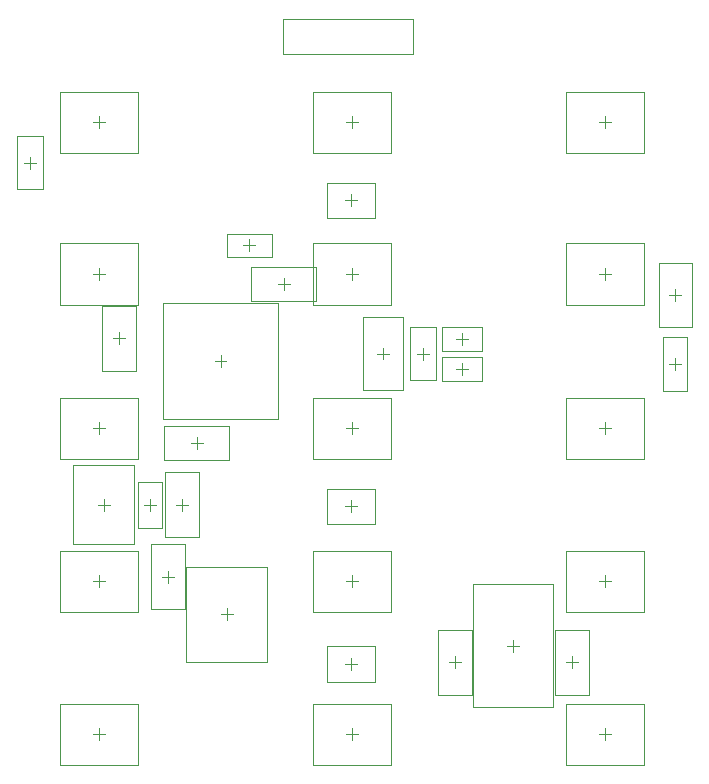
<source format=gbr>
%TF.GenerationSoftware,Altium Limited,Altium Designer,20.0.9 (164)*%
G04 Layer_Color=32768*
%FSLAX26Y26*%
%MOIN*%
%TF.FileFunction,Other,Mechanical_15*%
%TF.Part,Single*%
G01*
G75*
%TA.AperFunction,NonConductor*%
%ADD76C,0.003937*%
%ADD77C,0.001968*%
D76*
X1845000Y1215315D02*
Y1254685D01*
X1825315Y1235000D02*
X1864685D01*
X2995000Y985315D02*
Y1024685D01*
X2975315Y1005000D02*
X3014685D01*
X3170315Y950000D02*
X3209685D01*
X3190000Y930315D02*
Y969685D01*
X2435315Y945000D02*
X2474685D01*
X2455000Y925315D02*
Y964685D01*
X2435315Y1470000D02*
X2474685D01*
X2455000Y1450315D02*
Y1489685D01*
X2435315Y2490000D02*
X2474685D01*
X2455000Y2470315D02*
Y2509685D01*
X1365315Y2615000D02*
X1404685D01*
X1385000Y2595315D02*
Y2634685D01*
X2040000Y1090315D02*
Y1129685D01*
X2020315Y1110000D02*
X2059685D01*
X2800000Y930315D02*
Y969685D01*
X2780315Y950000D02*
X2819685D01*
X3280315Y2750039D02*
X3319685D01*
X3300000Y2730354D02*
Y2769724D01*
X2437815Y2750039D02*
X2477185D01*
X2457500Y2730354D02*
Y2769724D01*
X1595315Y2750039D02*
X1634685D01*
X1615000Y2730354D02*
Y2769724D01*
X3280315Y2245000D02*
X3319685D01*
X3300000Y2225315D02*
Y2264685D01*
X2437815Y2245000D02*
X2477185D01*
X2457500Y2225315D02*
Y2264685D01*
X1595315Y2245000D02*
X1634685D01*
X1615000Y2225315D02*
Y2264685D01*
X3280315Y1730020D02*
X3319685D01*
X3300000Y1710335D02*
Y1749705D01*
X2437815Y1730020D02*
X2477185D01*
X2457500Y1710335D02*
Y1749705D01*
X1595315Y1730020D02*
X1634685D01*
X1615000Y1710335D02*
Y1749705D01*
X3280315Y1220010D02*
X3319685D01*
X3300000Y1200325D02*
Y1239695D01*
X2437815Y1220010D02*
X2477185D01*
X2457500Y1200325D02*
Y1239695D01*
X1595315Y1220010D02*
X1634685D01*
X1615000Y1200325D02*
Y1239695D01*
X3280315Y710000D02*
X3319685D01*
X3300000Y690315D02*
Y729685D01*
X2437815Y710000D02*
X2477185D01*
X2457500Y690315D02*
Y729685D01*
X1595315Y710000D02*
X1634685D01*
X1615000Y690315D02*
Y729685D01*
X2019527Y1933780D02*
Y1973150D01*
X1999842Y1953465D02*
X2039213D01*
X3495630Y2035551D02*
X3574370D01*
X3495630Y1854449D02*
X3574370D01*
X3495630D02*
Y2035551D01*
X3574370Y1854449D02*
Y2035551D01*
X3535000Y1925315D02*
Y1964685D01*
X3515315Y1945000D02*
X3554685D01*
X1870315Y1475000D02*
X1909685D01*
X1890000Y1455315D02*
Y1494685D01*
X1940000Y1660315D02*
Y1699685D01*
X1920315Y1680000D02*
X1959685D01*
X2560472Y1959488D02*
Y1998858D01*
X2540787Y1979173D02*
X2580157D01*
X2230000Y2190315D02*
Y2229685D01*
X2210315Y2210000D02*
X2249685D01*
X1660315Y2030000D02*
X1699685D01*
X1680000Y2010315D02*
Y2049685D01*
X3535000Y2155315D02*
Y2194685D01*
X3515315Y2175000D02*
X3554685D01*
X2095315Y2340000D02*
X2134685D01*
X2115000Y2320315D02*
Y2359685D01*
X2825472Y1908780D02*
Y1948149D01*
X2805787Y1928465D02*
X2845157D01*
X1610315Y1475000D02*
X1649685D01*
X1630000Y1455315D02*
Y1494685D01*
X2695472Y1958780D02*
Y1998150D01*
X2675787Y1978465D02*
X2715157D01*
X1765315Y1475000D02*
X1804685D01*
X1785000Y1455315D02*
Y1494685D01*
X2825472Y2008780D02*
Y2048149D01*
X2805787Y2028465D02*
X2845157D01*
D77*
X1787913Y1343268D02*
X1902087D01*
X1787913Y1126732D02*
X1902087D01*
X1787913D02*
Y1343268D01*
X1902087Y1126732D02*
Y1343268D01*
X2861142Y1209724D02*
X3128858D01*
X2861142Y800276D02*
X3128858D01*
X2861142D02*
Y1209724D01*
X3128858Y800276D02*
Y1209724D01*
X3247087Y841732D02*
Y1058268D01*
X3132913Y841732D02*
Y1058268D01*
Y841732D02*
X3247087D01*
X3132913Y1058268D02*
X3247087D01*
X2374291Y885945D02*
Y1004055D01*
X2535709Y885945D02*
Y1004055D01*
X2374291Y885945D02*
X2535709D01*
X2374291Y1004055D02*
X2535709D01*
X2374291Y1410945D02*
Y1529055D01*
X2535709Y1410945D02*
Y1529055D01*
X2374291Y1410945D02*
X2535709D01*
X2374291Y1529055D02*
X2535709D01*
Y2430945D02*
Y2549055D01*
X2374291Y2430945D02*
Y2549055D01*
X2535709D01*
X2374291Y2430945D02*
X2535709D01*
X1341693Y2526417D02*
Y2703583D01*
X1428307Y2526417D02*
Y2703583D01*
X1341693D02*
X1428307D01*
X1341693Y2526417D02*
X1428307D01*
X1904173Y1267480D02*
X2175827D01*
X1904173Y952520D02*
X2175827D01*
X1904173D02*
Y1267480D01*
X2175827Y952520D02*
Y1267480D01*
X2742913Y1058268D02*
X2857087D01*
X2742913Y841732D02*
X2857087D01*
X2742913D02*
Y1058268D01*
X2857087Y841732D02*
Y1058268D01*
X3170079Y2647677D02*
X3429921D01*
X3170079Y2852402D02*
X3429921D01*
Y2647677D02*
Y2852402D01*
X3170079Y2647677D02*
Y2852402D01*
X2327579Y2647677D02*
X2587421D01*
X2327579Y2852402D02*
X2587421D01*
Y2647677D02*
Y2852402D01*
X2327579Y2647677D02*
Y2852402D01*
X1485079Y2647677D02*
X1744921D01*
X1485079Y2852402D02*
X1744921D01*
Y2647677D02*
Y2852402D01*
X1485079Y2647677D02*
Y2852402D01*
X3170079Y2142638D02*
X3429921D01*
X3170079Y2347362D02*
X3429921D01*
Y2142638D02*
Y2347362D01*
X3170079Y2142638D02*
Y2347362D01*
X2327579Y2142638D02*
X2587421D01*
X2327579Y2347362D02*
X2587421D01*
Y2142638D02*
Y2347362D01*
X2327579Y2142638D02*
Y2347362D01*
X1485079Y2142638D02*
X1744921D01*
X1485079Y2347362D02*
X1744921D01*
Y2142638D02*
Y2347362D01*
X1485079Y2142638D02*
Y2347362D01*
X3170079Y1627657D02*
X3429921D01*
X3170079Y1832382D02*
X3429921D01*
Y1627657D02*
Y1832382D01*
X3170079Y1627657D02*
Y1832382D01*
X2327579Y1627657D02*
X2587421D01*
X2327579Y1832382D02*
X2587421D01*
Y1627657D02*
Y1832382D01*
X2327579Y1627657D02*
Y1832382D01*
X1485079Y1627657D02*
X1744921D01*
X1485079Y1832382D02*
X1744921D01*
Y1627657D02*
Y1832382D01*
X1485079Y1627657D02*
Y1832382D01*
X3170079Y1117648D02*
X3429921D01*
X3170079Y1322372D02*
X3429921D01*
Y1117648D02*
Y1322372D01*
X3170079Y1117648D02*
Y1322372D01*
X2327579Y1117648D02*
X2587421D01*
X2327579Y1322372D02*
X2587421D01*
Y1117648D02*
Y1322372D01*
X2327579Y1117648D02*
Y1322372D01*
X1485079Y1117648D02*
X1744921D01*
X1485079Y1322372D02*
X1744921D01*
Y1117648D02*
Y1322372D01*
X1485079Y1117648D02*
Y1322372D01*
X3170079Y607638D02*
X3429921D01*
X3170079Y812362D02*
X3429921D01*
Y607638D02*
Y812362D01*
X3170079Y607638D02*
Y812362D01*
X2327579Y607638D02*
X2587421D01*
X2327579Y812362D02*
X2587421D01*
Y607638D02*
Y812362D01*
X2327579Y607638D02*
Y812362D01*
X1485079Y607638D02*
X1744921D01*
X1485079Y812362D02*
X1744921D01*
Y607638D02*
Y812362D01*
X1485079Y607638D02*
Y812362D01*
X2660090Y2976142D02*
Y3093858D01*
X2227413Y2976142D02*
X2660090D01*
X2227413D02*
Y3093858D01*
X2660090D01*
X1826614Y1760551D02*
X2212441D01*
X1826614Y2146378D02*
X2212441D01*
X1826614Y1760551D02*
Y2146378D01*
X2212441Y1760551D02*
Y2146378D01*
X1947087Y1366732D02*
Y1583268D01*
X1832913Y1366732D02*
Y1583268D01*
Y1366732D02*
X1947087D01*
X1832913Y1583268D02*
X1947087D01*
X1831732Y1737087D02*
X2048268D01*
X1831732Y1622913D02*
X2048268D01*
Y1737087D01*
X1831732Y1622913D02*
Y1737087D01*
X2493543Y1857126D02*
Y2101220D01*
X2627401D01*
Y1857126D02*
Y2101220D01*
X2493543Y1857126D02*
X2627401D01*
X2121732Y2152913D02*
X2338268D01*
X2121732Y2267087D02*
X2338268D01*
X2121732Y2152913D02*
Y2267087D01*
X2338268Y2152913D02*
Y2267087D01*
X1737087Y1921732D02*
Y2138268D01*
X1622913Y1921732D02*
Y2138268D01*
Y1921732D02*
X1737087D01*
X1622913Y2138268D02*
X1737087D01*
X3479882Y2068701D02*
X3590118D01*
X3479882Y2281299D02*
X3590118D01*
Y2068701D02*
Y2281299D01*
X3479882Y2068701D02*
Y2281299D01*
X2040197Y2302598D02*
Y2377401D01*
X2189803Y2302598D02*
Y2377401D01*
X2040197Y2302598D02*
X2189803D01*
X2040197Y2377401D02*
X2189803D01*
X2758543Y1889094D02*
X2892402D01*
X2758543Y1967835D02*
X2892402D01*
X2758543Y1889094D02*
Y1967835D01*
X2892402Y1889094D02*
Y1967835D01*
X1732362Y1343110D02*
Y1606890D01*
X1527638Y1343110D02*
Y1606890D01*
Y1343110D02*
X1732362D01*
X1527638Y1606890D02*
X1732362D01*
X2652165Y2067047D02*
X2738780D01*
X2652165Y1889882D02*
X2738780D01*
X2652165D02*
Y2067047D01*
X2738780Y1889882D02*
Y2067047D01*
X1824370Y1398228D02*
Y1551772D01*
X1745630Y1398228D02*
Y1551772D01*
Y1398228D02*
X1824370D01*
X1745630Y1551772D02*
X1824370D01*
X2758543Y1989094D02*
X2892402D01*
X2758543Y2067835D02*
X2892402D01*
X2758543Y1989094D02*
Y2067835D01*
X2892402Y1989094D02*
Y2067835D01*
%TF.MD5,c6c068ef92ca8579f59146a5b713c0ae*%
M02*

</source>
